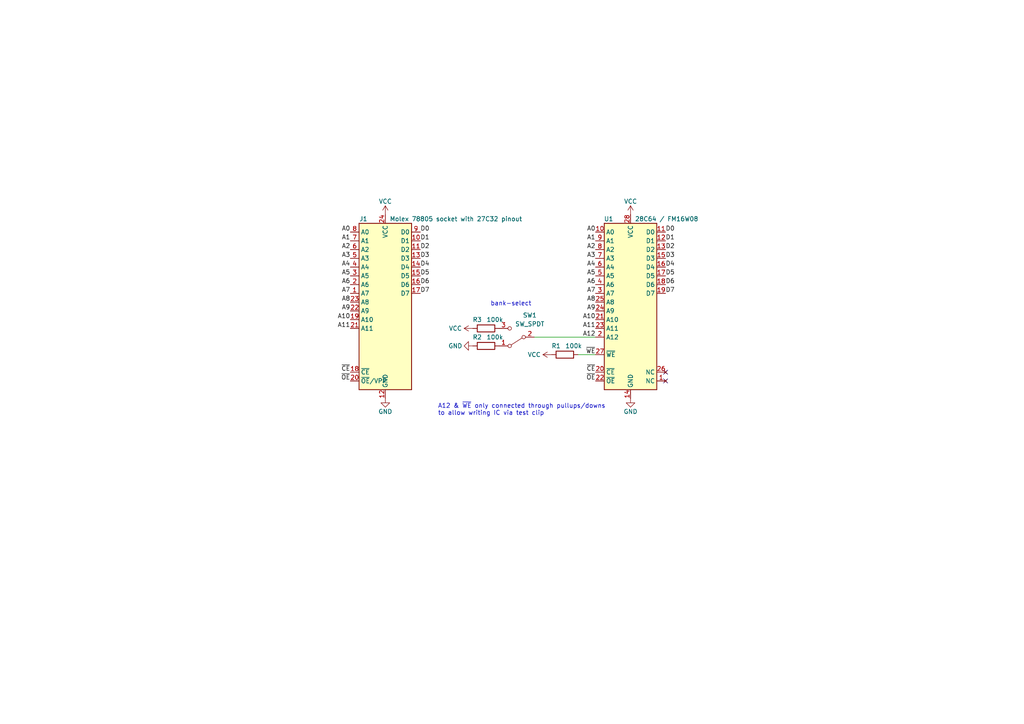
<source format=kicad_sch>
(kicad_sch (version 20211123) (generator eeschema)
  (paper "A4")
  (title_block (title "Meeprom-24") (date "2022-12-21") (rev "002") (company "b.kenyon.w@gmail.com") (comment 3 "28C64 EEPROM to Molex 78805 socket with 2732 pinout"))
  (lib_symbols
    (symbol "000_LOCAL:27C32"
      (property "Reference" "U" (at -7.62 24.13 0))
      (property "Value" "27C32" (at 2.54 -26.67 0))
      (symbol "27C32_1_1"
        (rectangle (start -7.62 22.86) (end 7.62 -25.4) (stroke (width 0.254)) (fill (type background)))
        (pin input line (at -10.16 2.54 0) (length 2.54) (name "A7") (number "1"))
        (pin tri_state line (at 10.16 17.78 180) (length 2.54) (name "D1") (number "10"))
        (pin tri_state line (at 10.16 15.24 180) (length 2.54) (name "D2") (number "11"))
        (pin power_in line (at 0 -27.94 90) (length 2.54) (name "GND") (number "12"))
        (pin tri_state line (at 10.16 12.7 180) (length 2.54) (name "D3") (number "13"))
        (pin tri_state line (at 10.16 10.16 180) (length 2.54) (name "D4") (number "14"))
        (pin tri_state line (at 10.16 7.62 180) (length 2.54) (name "D5") (number "15"))
        (pin tri_state line (at 10.16 5.08 180) (length 2.54) (name "D6") (number "16"))
        (pin tri_state line (at 10.16 2.54 180) (length 2.54) (name "D7") (number "17"))
        (pin input line (at -10.16 -20.32 0) (length 2.54) (name "~{CE}") (number "18"))
        (pin input line (at -10.16 -5.08 0) (length 2.54) (name "A10") (number "19"))
        (pin input line (at -10.16 5.08 0) (length 2.54) (name "A6") (number "2"))
        (pin input line (at -10.16 -22.86 0) (length 2.54) (name "~{OE}/VPP") (number "20"))
        (pin input line (at -10.16 -7.62 0) (length 2.54) (name "A11") (number "21"))
        (pin input line (at -10.16 -2.54 0) (length 2.54) (name "A9") (number "22"))
        (pin input line (at -10.16 0 0) (length 2.54) (name "A8") (number "23"))
        (pin power_in line (at 0 25.4 270) (length 2.54) (name "VCC") (number "24"))
        (pin input line (at -10.16 7.62 0) (length 2.54) (name "A5") (number "3"))
        (pin input line (at -10.16 10.16 0) (length 2.54) (name "A4") (number "4"))
        (pin input line (at -10.16 12.7 0) (length 2.54) (name "A3") (number "5"))
        (pin input line (at -10.16 15.24 0) (length 2.54) (name "A2") (number "6"))
        (pin input line (at -10.16 17.78 0) (length 2.54) (name "A1") (number "7"))
        (pin input line (at -10.16 20.32 0) (length 2.54) (name "A0") (number "8"))
        (pin tri_state line (at 10.16 20.32 180) (length 2.54) (name "D0") (number "9"))
      )
    )
    (symbol "000_LOCAL:28C64"
      (property "Reference" "U" (at -7.62 24.13 0))
      (property "Value" "28C64" (at 2.54 -26.67 0))
      (symbol "28C64_1_1"
        (rectangle (start -7.62 22.86) (end 7.62 -25.4) (stroke (width 0.254)) (fill (type background)))
        (pin no_connect line (at 10.16 -22.86 180) (length 2.54) (name "NC") (number "1"))
        (pin input line (at -10.16 20.32 0) (length 2.54) (name "A0") (number "10"))
        (pin tri_state line (at 10.16 20.32 180) (length 2.54) (name "D0") (number "11"))
        (pin tri_state line (at 10.16 17.78 180) (length 2.54) (name "D1") (number "12"))
        (pin tri_state line (at 10.16 15.24 180) (length 2.54) (name "D2") (number "13"))
        (pin power_in line (at 0 -27.94 90) (length 2.54) (name "GND") (number "14"))
        (pin tri_state line (at 10.16 12.7 180) (length 2.54) (name "D3") (number "15"))
        (pin tri_state line (at 10.16 10.16 180) (length 2.54) (name "D4") (number "16"))
        (pin tri_state line (at 10.16 7.62 180) (length 2.54) (name "D5") (number "17"))
        (pin tri_state line (at 10.16 5.08 180) (length 2.54) (name "D6") (number "18"))
        (pin tri_state line (at 10.16 2.54 180) (length 2.54) (name "D7") (number "19"))
        (pin input line (at -10.16 -10.16 0) (length 2.54) (name "A12") (number "2"))
        (pin input line (at -10.16 -20.32 0) (length 2.54) (name "~{CE}") (number "20"))
        (pin input line (at -10.16 -5.08 0) (length 2.54) (name "A10") (number "21"))
        (pin input line (at -10.16 -22.86 0) (length 2.54) (name "~{OE}") (number "22"))
        (pin input line (at -10.16 -7.62 0) (length 2.54) (name "A11") (number "23"))
        (pin input line (at -10.16 -2.54 0) (length 2.54) (name "A9") (number "24"))
        (pin input line (at -10.16 0 0) (length 2.54) (name "A8") (number "25"))
        (pin no_connect line (at 7.62 0 180) (length 2.54) hide (name "NC") (number "26"))
        (pin no_connect line (at 10.16 -20.32 180) (length 2.54) (name "NC") (number "26"))
        (pin input line (at -10.16 -15.24 0) (length 2.54) (name "~{WE}") (number "27"))
        (pin power_in line (at 0 25.4 270) (length 2.54) (name "VCC") (number "28"))
        (pin input line (at -10.16 2.54 0) (length 2.54) (name "A7") (number "3"))
        (pin input line (at -10.16 5.08 0) (length 2.54) (name "A6") (number "4"))
        (pin input line (at -10.16 7.62 0) (length 2.54) (name "A5") (number "5"))
        (pin input line (at -10.16 10.16 0) (length 2.54) (name "A4") (number "6"))
        (pin input line (at -10.16 12.7 0) (length 2.54) (name "A3") (number "7"))
        (pin input line (at -10.16 15.24 0) (length 2.54) (name "A2") (number "8"))
        (pin input line (at -10.16 17.78 0) (length 2.54) (name "A1") (number "9"))
      )
    )
    (symbol "000_LOCAL:R" (pin_numbers hide) (pin_names (offset 0))
      (property "Reference" "R" (at 2.032 0 90))
      (property "Value" "R" (at 0 0 90))
      (symbol "R_0_1"
        (rectangle (start -1.016 -2.54) (end 1.016 2.54) (stroke (width 0.254)))
      )
      (symbol "R_1_1"
        (pin passive line (at 0 3.81 270) (length 1.27) (name "~") (number "1"))
        (pin passive line (at 0 -3.81 90) (length 1.27) (name "~") (number "2"))
      )
    )
    (symbol "000_LOCAL:SW_SPDT" (pin_names (offset 0) hide)
      (property "Reference" "SW" (at 0 4.318 0))
      (property "Value" "SW_SPDT" (at 0 -5.08 0))
      (symbol "SW_SPDT_0_0"
        (circle (center -2.032 0) (radius 0.508))
        (circle (center 2.032 -2.54) (radius 0.508))
      )
      (symbol "SW_SPDT_0_1"
        (polyline (pts (xy -1.524 0.254) (xy 1.651 2.286)))
        (circle (center 2.032 2.54) (radius 0.508))
      )
      (symbol "SW_SPDT_1_1"
        (pin passive line (at 5.08 2.54 180) (length 2.54) (name "A") (number "1"))
        (pin passive line (at -5.08 0 0) (length 2.54) (name "B") (number "2"))
        (pin passive line (at 5.08 -2.54 180) (length 2.54) (name "C") (number "3"))
      )
    )
    (symbol "power:GND" (power) (pin_names (offset 0))
      (property "Value" "GND" (at 0 -3.81 0))
      (symbol "GND_0_1"
        (polyline (pts (xy 0 0) (xy 0 -1.27) (xy 1.27 -1.27) (xy 0 -2.54) (xy -1.27 -1.27) (xy 0 -1.27)))
      )
      (symbol "GND_1_1"
        (pin power_in line (at 0 0 270) (length 0) hide (name "GND") (number "1"))
      )
    )
    (symbol "power:VCC" (power) (pin_names (offset 0))
      (property "Value" "VCC" (at 0 3.81 0))
      (symbol "VCC_0_1"
        (polyline (pts (xy -0.762 1.27) (xy 0 2.54)))
        (polyline (pts (xy 0 0) (xy 0 2.54)))
        (polyline (pts (xy 0 2.54) (xy 0.762 1.27)))
      )
      (symbol "VCC_1_1"
        (pin power_in line (at 0 0 90) (length 0) hide (name "VCC") (number "1"))
      )
    )
  )
  (no_connect (at 193.04 107.95))
  (no_connect (at 193.04 110.49))
  (wire (pts (xy 167.64 102.87) (xy 172.72 102.87)))
  (wire (pts (xy 154.94 97.79) (xy 172.72 97.79)))
  (text "bank-select" (at 142.24 88.9 0) (effects (font (size 1.27 1.27)) (justify left bottom)))
  (text "A12 & ~{WE} only connected through pullups/downs\nto allow writing IC via test clip" (at 127 120.65 0) (effects (font (size 1.27 1.27)) (justify left bottom)))
  (label "D3" (at 193.04 74.93 0))
  (label "A4" (at 101.6 77.47 180))
  (label "A11" (at 172.72 95.25 180))
  (label "A10" (at 101.6 92.71 180))
  (label "D1" (at 193.04 69.85 0))
  (label "A3" (at 172.72 74.93 180))
  (label "~{OE}" (at 101.6 110.49 180))
  (label "D2" (at 121.92 72.39 0))
  (label "A11" (at 101.6 95.25 180))
  (label "A8" (at 172.72 87.63 180))
  (label "A9" (at 101.6 90.17 180))
  (label "A9" (at 172.72 90.17 180))
  (label "A7" (at 172.72 85.09 180))
  (label "A6" (at 172.72 82.55 180))
  (label "~{WE}" (at 172.72 102.87 180))
  (label "D0" (at 121.92 67.31 0))
  (label "A12" (at 172.72 97.79 180))
  (label "A1" (at 172.72 69.85 180))
  (label "D0" (at 193.04 67.31 0))
  (label "A5" (at 172.72 80.01 180))
  (label "A5" (at 101.6 80.01 180))
  (label "A3" (at 101.6 74.93 180))
  (label "~{CE}" (at 101.6 107.95 180))
  (label "D4" (at 193.04 77.47 0))
  (label "A1" (at 101.6 69.85 180))
  (label "D5" (at 121.92 80.01 0))
  (label "A10" (at 172.72 92.71 180))
  (label "A2" (at 172.72 72.39 180))
  (label "A7" (at 101.6 85.09 180))
  (label "A2" (at 101.6 72.39 180))
  (label "D7" (at 121.92 85.09 0))
  (label "~{CE}" (at 172.72 107.95 180))
  (label "A6" (at 101.6 82.55 180))
  (label "A4" (at 172.72 77.47 180))
  (label "~{OE}" (at 172.72 110.49 180))
  (label "D6" (at 193.04 82.55 0))
  (label "D7" (at 193.04 85.09 0))
  (label "D5" (at 193.04 80.01 0))
  (label "A8" (at 101.6 87.63 180))
  (label "D1" (at 121.92 69.85 0))
  (label "A0" (at 172.72 67.31 180))
  (label "D4" (at 121.92 77.47 0))
  (label "D3" (at 121.92 74.93 0))
  (label "D6" (at 121.92 82.55 0))
  (label "A0" (at 101.6 67.31 180))
  (label "D2" (at 193.04 72.39 0))
  (symbol (lib_id "000_LOCAL:28C64") (at 182.88 87.63 0) (unit 1)
    (property "Reference" "U1" (at 176.53 63.5 0))
    (property "Value" "28C64 / FM16W08" (at 184.15 63.5 0) (effects (justify left)))
    (property "Footprint" "000_LOCAL:SOIC-28W" (effects hide))
    (property "Datasheet" "http://ww1.microchip.com/downloads/en/DeviceDoc/doc0006.pdf" (effects hide))
  )
  (symbol (lib_id "000_LOCAL:R") (at 163.83 102.87 270) (unit 1)
    (property "Reference" "R1" (at 161.29 100.33 90))
    (property "Value" "100k" (at 166.37 100.33 90))
    (property "Footprint" "000_LOCAL:R_0805" (effects hide))
  )
  (symbol (lib_id "000_LOCAL:27C32") (at 111.76 87.63 0) (unit 1)
    (property "Reference" "J1" (at 105.41 63.5 0))
    (property "Value" "Molex 78805 socket with 27C32 pinout" (at 113.03 63.5 0) (effects (justify left)))
    (property "Footprint" "000_LOCAL:Molex78802_PCB_24" (effects hide))
  )
  (symbol (lib_id "power:VCC") (at 182.88 62.23 0) (unit 1)
    (property "Reference" "#PWR0101" (effects hide))
    (property "Value" "VCC" (at 182.88 58.42 0))
  )
  (symbol (lib_id "power:VCC") (at 111.76 62.23 0) (unit 1)
    (property "Reference" "#PWR0102" (effects hide))
    (property "Value" "VCC" (at 111.76 58.42 0))
  )
  (symbol (lib_id "power:VCC") (at 160.02 102.87 90) (mirror x) (unit 1)
    (property "Reference" "#PWR0103" (effects hide))
    (property "Value" "VCC" (at 154.94 102.87 90))
  )
  (symbol (lib_id "power:GND") (at 111.76 115.57 0) (unit 1)
    (property "Reference" "#PWR0104" (effects hide))
    (property "Value" "GND" (at 111.76 119.38 0))
  )
  (symbol (lib_id "power:GND") (at 182.88 115.57 0) (unit 1)
    (property "Reference" "#PWR0105" (effects hide))
    (property "Value" "GND" (at 182.88 119.38 0))
  )
  (symbol (lib_id "000_LOCAL:R") (at 140.97 100.33 270) (mirror x) (unit 1)
    (property "Reference" "R2" (at 138.43 97.79 90))
    (property "Value" "100k" (at 143.51 97.79 90))
    (property "Footprint" "000_LOCAL:R_0805" (effects hide))
  )
  (symbol (lib_id "power:GND") (at 137.16 100.33 270) (unit 1)
    (property "Reference" "#PWR0106" (effects hide))
    (property "Value" "GND" (at 134.112 100.33 90) (effects (justify right)))
  )
  (symbol (lib_id "000_LOCAL:R") (at 140.97 95.25 270) (mirror x) (unit 1)
    (property "Reference" "R3" (at 138.43 92.71 90))
    (property "Value" "100k" (at 143.51 92.71 90))
    (property "Footprint" "000_LOCAL:R_0805" (effects hide))
  )
  (symbol (lib_id "power:VCC") (at 137.16 95.25 90) (unit 1)
    (property "Reference" "#PWR0107" (effects hide))
    (property "Value" "VCC" (at 132.08 95.25 90))
  )
  (symbol (lib_id "000_LOCAL:SW_SPDT") (at 149.86 97.79 180) (unit 1)
    (property "Reference" "SW1" (at 153.67 91.44 0))
    (property "Value" "SW_SPDT" (at 153.67 93.98 0))
    (property "Footprint" "000_LOCAL:CL-SB-12C-0x" (effects hide))
  )
)
</source>
